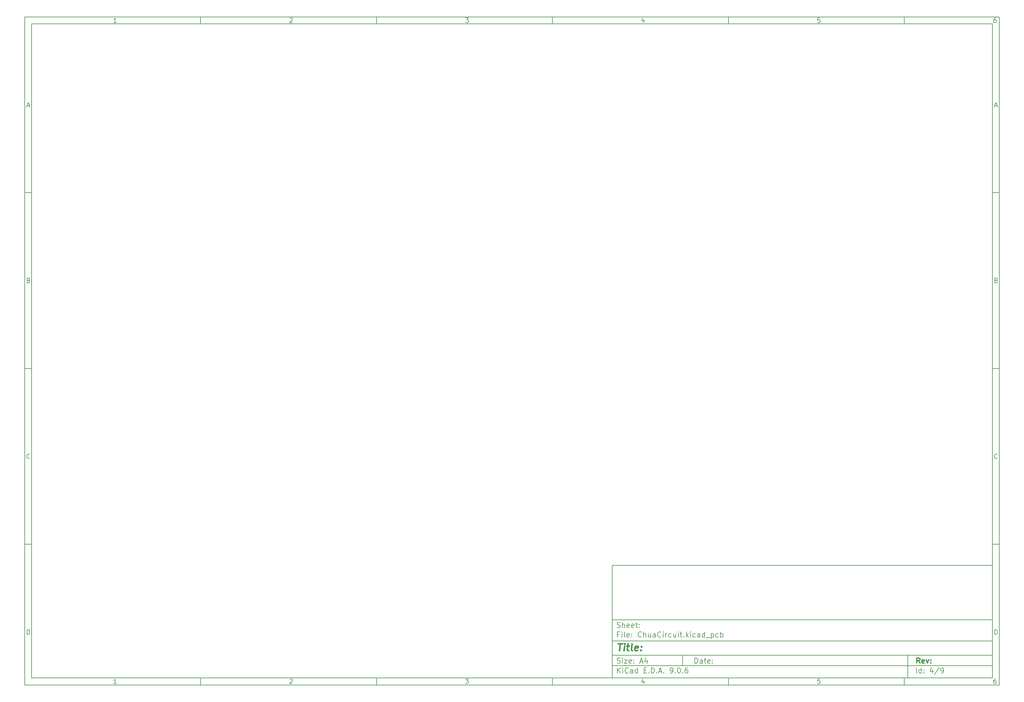
<source format=gbp>
%TF.GenerationSoftware,KiCad,Pcbnew,9.0.6*%
%TF.CreationDate,2025-11-23T22:05:43-07:00*%
%TF.ProjectId,ChuaCircuit,43687561-4369-4726-9375-69742e6b6963,rev?*%
%TF.SameCoordinates,Original*%
%TF.FileFunction,Paste,Bot*%
%TF.FilePolarity,Positive*%
%FSLAX46Y46*%
G04 Gerber Fmt 4.6, Leading zero omitted, Abs format (unit mm)*
G04 Created by KiCad (PCBNEW 9.0.6) date 2025-11-23 22:05:43*
%MOMM*%
%LPD*%
G01*
G04 APERTURE LIST*
%ADD10C,0.100000*%
%ADD11C,0.150000*%
%ADD12C,0.300000*%
%ADD13C,0.400000*%
G04 APERTURE END LIST*
D10*
D11*
X177002200Y-166007200D02*
X285002200Y-166007200D01*
X285002200Y-198007200D01*
X177002200Y-198007200D01*
X177002200Y-166007200D01*
D10*
D11*
X10000000Y-10000000D02*
X287002200Y-10000000D01*
X287002200Y-200007200D01*
X10000000Y-200007200D01*
X10000000Y-10000000D01*
D10*
D11*
X12000000Y-12000000D02*
X285002200Y-12000000D01*
X285002200Y-198007200D01*
X12000000Y-198007200D01*
X12000000Y-12000000D01*
D10*
D11*
X60000000Y-12000000D02*
X60000000Y-10000000D01*
D10*
D11*
X110000000Y-12000000D02*
X110000000Y-10000000D01*
D10*
D11*
X160000000Y-12000000D02*
X160000000Y-10000000D01*
D10*
D11*
X210000000Y-12000000D02*
X210000000Y-10000000D01*
D10*
D11*
X260000000Y-12000000D02*
X260000000Y-10000000D01*
D10*
D11*
X36089160Y-11593604D02*
X35346303Y-11593604D01*
X35717731Y-11593604D02*
X35717731Y-10293604D01*
X35717731Y-10293604D02*
X35593922Y-10479319D01*
X35593922Y-10479319D02*
X35470112Y-10603128D01*
X35470112Y-10603128D02*
X35346303Y-10665033D01*
D10*
D11*
X85346303Y-10417414D02*
X85408207Y-10355509D01*
X85408207Y-10355509D02*
X85532017Y-10293604D01*
X85532017Y-10293604D02*
X85841541Y-10293604D01*
X85841541Y-10293604D02*
X85965350Y-10355509D01*
X85965350Y-10355509D02*
X86027255Y-10417414D01*
X86027255Y-10417414D02*
X86089160Y-10541223D01*
X86089160Y-10541223D02*
X86089160Y-10665033D01*
X86089160Y-10665033D02*
X86027255Y-10850747D01*
X86027255Y-10850747D02*
X85284398Y-11593604D01*
X85284398Y-11593604D02*
X86089160Y-11593604D01*
D10*
D11*
X135284398Y-10293604D02*
X136089160Y-10293604D01*
X136089160Y-10293604D02*
X135655826Y-10788842D01*
X135655826Y-10788842D02*
X135841541Y-10788842D01*
X135841541Y-10788842D02*
X135965350Y-10850747D01*
X135965350Y-10850747D02*
X136027255Y-10912652D01*
X136027255Y-10912652D02*
X136089160Y-11036461D01*
X136089160Y-11036461D02*
X136089160Y-11345985D01*
X136089160Y-11345985D02*
X136027255Y-11469795D01*
X136027255Y-11469795D02*
X135965350Y-11531700D01*
X135965350Y-11531700D02*
X135841541Y-11593604D01*
X135841541Y-11593604D02*
X135470112Y-11593604D01*
X135470112Y-11593604D02*
X135346303Y-11531700D01*
X135346303Y-11531700D02*
X135284398Y-11469795D01*
D10*
D11*
X185965350Y-10726938D02*
X185965350Y-11593604D01*
X185655826Y-10231700D02*
X185346303Y-11160271D01*
X185346303Y-11160271D02*
X186151064Y-11160271D01*
D10*
D11*
X236027255Y-10293604D02*
X235408207Y-10293604D01*
X235408207Y-10293604D02*
X235346303Y-10912652D01*
X235346303Y-10912652D02*
X235408207Y-10850747D01*
X235408207Y-10850747D02*
X235532017Y-10788842D01*
X235532017Y-10788842D02*
X235841541Y-10788842D01*
X235841541Y-10788842D02*
X235965350Y-10850747D01*
X235965350Y-10850747D02*
X236027255Y-10912652D01*
X236027255Y-10912652D02*
X236089160Y-11036461D01*
X236089160Y-11036461D02*
X236089160Y-11345985D01*
X236089160Y-11345985D02*
X236027255Y-11469795D01*
X236027255Y-11469795D02*
X235965350Y-11531700D01*
X235965350Y-11531700D02*
X235841541Y-11593604D01*
X235841541Y-11593604D02*
X235532017Y-11593604D01*
X235532017Y-11593604D02*
X235408207Y-11531700D01*
X235408207Y-11531700D02*
X235346303Y-11469795D01*
D10*
D11*
X285965350Y-10293604D02*
X285717731Y-10293604D01*
X285717731Y-10293604D02*
X285593922Y-10355509D01*
X285593922Y-10355509D02*
X285532017Y-10417414D01*
X285532017Y-10417414D02*
X285408207Y-10603128D01*
X285408207Y-10603128D02*
X285346303Y-10850747D01*
X285346303Y-10850747D02*
X285346303Y-11345985D01*
X285346303Y-11345985D02*
X285408207Y-11469795D01*
X285408207Y-11469795D02*
X285470112Y-11531700D01*
X285470112Y-11531700D02*
X285593922Y-11593604D01*
X285593922Y-11593604D02*
X285841541Y-11593604D01*
X285841541Y-11593604D02*
X285965350Y-11531700D01*
X285965350Y-11531700D02*
X286027255Y-11469795D01*
X286027255Y-11469795D02*
X286089160Y-11345985D01*
X286089160Y-11345985D02*
X286089160Y-11036461D01*
X286089160Y-11036461D02*
X286027255Y-10912652D01*
X286027255Y-10912652D02*
X285965350Y-10850747D01*
X285965350Y-10850747D02*
X285841541Y-10788842D01*
X285841541Y-10788842D02*
X285593922Y-10788842D01*
X285593922Y-10788842D02*
X285470112Y-10850747D01*
X285470112Y-10850747D02*
X285408207Y-10912652D01*
X285408207Y-10912652D02*
X285346303Y-11036461D01*
D10*
D11*
X60000000Y-198007200D02*
X60000000Y-200007200D01*
D10*
D11*
X110000000Y-198007200D02*
X110000000Y-200007200D01*
D10*
D11*
X160000000Y-198007200D02*
X160000000Y-200007200D01*
D10*
D11*
X210000000Y-198007200D02*
X210000000Y-200007200D01*
D10*
D11*
X260000000Y-198007200D02*
X260000000Y-200007200D01*
D10*
D11*
X36089160Y-199600804D02*
X35346303Y-199600804D01*
X35717731Y-199600804D02*
X35717731Y-198300804D01*
X35717731Y-198300804D02*
X35593922Y-198486519D01*
X35593922Y-198486519D02*
X35470112Y-198610328D01*
X35470112Y-198610328D02*
X35346303Y-198672233D01*
D10*
D11*
X85346303Y-198424614D02*
X85408207Y-198362709D01*
X85408207Y-198362709D02*
X85532017Y-198300804D01*
X85532017Y-198300804D02*
X85841541Y-198300804D01*
X85841541Y-198300804D02*
X85965350Y-198362709D01*
X85965350Y-198362709D02*
X86027255Y-198424614D01*
X86027255Y-198424614D02*
X86089160Y-198548423D01*
X86089160Y-198548423D02*
X86089160Y-198672233D01*
X86089160Y-198672233D02*
X86027255Y-198857947D01*
X86027255Y-198857947D02*
X85284398Y-199600804D01*
X85284398Y-199600804D02*
X86089160Y-199600804D01*
D10*
D11*
X135284398Y-198300804D02*
X136089160Y-198300804D01*
X136089160Y-198300804D02*
X135655826Y-198796042D01*
X135655826Y-198796042D02*
X135841541Y-198796042D01*
X135841541Y-198796042D02*
X135965350Y-198857947D01*
X135965350Y-198857947D02*
X136027255Y-198919852D01*
X136027255Y-198919852D02*
X136089160Y-199043661D01*
X136089160Y-199043661D02*
X136089160Y-199353185D01*
X136089160Y-199353185D02*
X136027255Y-199476995D01*
X136027255Y-199476995D02*
X135965350Y-199538900D01*
X135965350Y-199538900D02*
X135841541Y-199600804D01*
X135841541Y-199600804D02*
X135470112Y-199600804D01*
X135470112Y-199600804D02*
X135346303Y-199538900D01*
X135346303Y-199538900D02*
X135284398Y-199476995D01*
D10*
D11*
X185965350Y-198734138D02*
X185965350Y-199600804D01*
X185655826Y-198238900D02*
X185346303Y-199167471D01*
X185346303Y-199167471D02*
X186151064Y-199167471D01*
D10*
D11*
X236027255Y-198300804D02*
X235408207Y-198300804D01*
X235408207Y-198300804D02*
X235346303Y-198919852D01*
X235346303Y-198919852D02*
X235408207Y-198857947D01*
X235408207Y-198857947D02*
X235532017Y-198796042D01*
X235532017Y-198796042D02*
X235841541Y-198796042D01*
X235841541Y-198796042D02*
X235965350Y-198857947D01*
X235965350Y-198857947D02*
X236027255Y-198919852D01*
X236027255Y-198919852D02*
X236089160Y-199043661D01*
X236089160Y-199043661D02*
X236089160Y-199353185D01*
X236089160Y-199353185D02*
X236027255Y-199476995D01*
X236027255Y-199476995D02*
X235965350Y-199538900D01*
X235965350Y-199538900D02*
X235841541Y-199600804D01*
X235841541Y-199600804D02*
X235532017Y-199600804D01*
X235532017Y-199600804D02*
X235408207Y-199538900D01*
X235408207Y-199538900D02*
X235346303Y-199476995D01*
D10*
D11*
X285965350Y-198300804D02*
X285717731Y-198300804D01*
X285717731Y-198300804D02*
X285593922Y-198362709D01*
X285593922Y-198362709D02*
X285532017Y-198424614D01*
X285532017Y-198424614D02*
X285408207Y-198610328D01*
X285408207Y-198610328D02*
X285346303Y-198857947D01*
X285346303Y-198857947D02*
X285346303Y-199353185D01*
X285346303Y-199353185D02*
X285408207Y-199476995D01*
X285408207Y-199476995D02*
X285470112Y-199538900D01*
X285470112Y-199538900D02*
X285593922Y-199600804D01*
X285593922Y-199600804D02*
X285841541Y-199600804D01*
X285841541Y-199600804D02*
X285965350Y-199538900D01*
X285965350Y-199538900D02*
X286027255Y-199476995D01*
X286027255Y-199476995D02*
X286089160Y-199353185D01*
X286089160Y-199353185D02*
X286089160Y-199043661D01*
X286089160Y-199043661D02*
X286027255Y-198919852D01*
X286027255Y-198919852D02*
X285965350Y-198857947D01*
X285965350Y-198857947D02*
X285841541Y-198796042D01*
X285841541Y-198796042D02*
X285593922Y-198796042D01*
X285593922Y-198796042D02*
X285470112Y-198857947D01*
X285470112Y-198857947D02*
X285408207Y-198919852D01*
X285408207Y-198919852D02*
X285346303Y-199043661D01*
D10*
D11*
X10000000Y-60000000D02*
X12000000Y-60000000D01*
D10*
D11*
X10000000Y-110000000D02*
X12000000Y-110000000D01*
D10*
D11*
X10000000Y-160000000D02*
X12000000Y-160000000D01*
D10*
D11*
X10690476Y-35222176D02*
X11309523Y-35222176D01*
X10566666Y-35593604D02*
X10999999Y-34293604D01*
X10999999Y-34293604D02*
X11433333Y-35593604D01*
D10*
D11*
X11092857Y-84912652D02*
X11278571Y-84974557D01*
X11278571Y-84974557D02*
X11340476Y-85036461D01*
X11340476Y-85036461D02*
X11402380Y-85160271D01*
X11402380Y-85160271D02*
X11402380Y-85345985D01*
X11402380Y-85345985D02*
X11340476Y-85469795D01*
X11340476Y-85469795D02*
X11278571Y-85531700D01*
X11278571Y-85531700D02*
X11154761Y-85593604D01*
X11154761Y-85593604D02*
X10659523Y-85593604D01*
X10659523Y-85593604D02*
X10659523Y-84293604D01*
X10659523Y-84293604D02*
X11092857Y-84293604D01*
X11092857Y-84293604D02*
X11216666Y-84355509D01*
X11216666Y-84355509D02*
X11278571Y-84417414D01*
X11278571Y-84417414D02*
X11340476Y-84541223D01*
X11340476Y-84541223D02*
X11340476Y-84665033D01*
X11340476Y-84665033D02*
X11278571Y-84788842D01*
X11278571Y-84788842D02*
X11216666Y-84850747D01*
X11216666Y-84850747D02*
X11092857Y-84912652D01*
X11092857Y-84912652D02*
X10659523Y-84912652D01*
D10*
D11*
X11402380Y-135469795D02*
X11340476Y-135531700D01*
X11340476Y-135531700D02*
X11154761Y-135593604D01*
X11154761Y-135593604D02*
X11030952Y-135593604D01*
X11030952Y-135593604D02*
X10845238Y-135531700D01*
X10845238Y-135531700D02*
X10721428Y-135407890D01*
X10721428Y-135407890D02*
X10659523Y-135284080D01*
X10659523Y-135284080D02*
X10597619Y-135036461D01*
X10597619Y-135036461D02*
X10597619Y-134850747D01*
X10597619Y-134850747D02*
X10659523Y-134603128D01*
X10659523Y-134603128D02*
X10721428Y-134479319D01*
X10721428Y-134479319D02*
X10845238Y-134355509D01*
X10845238Y-134355509D02*
X11030952Y-134293604D01*
X11030952Y-134293604D02*
X11154761Y-134293604D01*
X11154761Y-134293604D02*
X11340476Y-134355509D01*
X11340476Y-134355509D02*
X11402380Y-134417414D01*
D10*
D11*
X10659523Y-185593604D02*
X10659523Y-184293604D01*
X10659523Y-184293604D02*
X10969047Y-184293604D01*
X10969047Y-184293604D02*
X11154761Y-184355509D01*
X11154761Y-184355509D02*
X11278571Y-184479319D01*
X11278571Y-184479319D02*
X11340476Y-184603128D01*
X11340476Y-184603128D02*
X11402380Y-184850747D01*
X11402380Y-184850747D02*
X11402380Y-185036461D01*
X11402380Y-185036461D02*
X11340476Y-185284080D01*
X11340476Y-185284080D02*
X11278571Y-185407890D01*
X11278571Y-185407890D02*
X11154761Y-185531700D01*
X11154761Y-185531700D02*
X10969047Y-185593604D01*
X10969047Y-185593604D02*
X10659523Y-185593604D01*
D10*
D11*
X287002200Y-60000000D02*
X285002200Y-60000000D01*
D10*
D11*
X287002200Y-110000000D02*
X285002200Y-110000000D01*
D10*
D11*
X287002200Y-160000000D02*
X285002200Y-160000000D01*
D10*
D11*
X285692676Y-35222176D02*
X286311723Y-35222176D01*
X285568866Y-35593604D02*
X286002199Y-34293604D01*
X286002199Y-34293604D02*
X286435533Y-35593604D01*
D10*
D11*
X286095057Y-84912652D02*
X286280771Y-84974557D01*
X286280771Y-84974557D02*
X286342676Y-85036461D01*
X286342676Y-85036461D02*
X286404580Y-85160271D01*
X286404580Y-85160271D02*
X286404580Y-85345985D01*
X286404580Y-85345985D02*
X286342676Y-85469795D01*
X286342676Y-85469795D02*
X286280771Y-85531700D01*
X286280771Y-85531700D02*
X286156961Y-85593604D01*
X286156961Y-85593604D02*
X285661723Y-85593604D01*
X285661723Y-85593604D02*
X285661723Y-84293604D01*
X285661723Y-84293604D02*
X286095057Y-84293604D01*
X286095057Y-84293604D02*
X286218866Y-84355509D01*
X286218866Y-84355509D02*
X286280771Y-84417414D01*
X286280771Y-84417414D02*
X286342676Y-84541223D01*
X286342676Y-84541223D02*
X286342676Y-84665033D01*
X286342676Y-84665033D02*
X286280771Y-84788842D01*
X286280771Y-84788842D02*
X286218866Y-84850747D01*
X286218866Y-84850747D02*
X286095057Y-84912652D01*
X286095057Y-84912652D02*
X285661723Y-84912652D01*
D10*
D11*
X286404580Y-135469795D02*
X286342676Y-135531700D01*
X286342676Y-135531700D02*
X286156961Y-135593604D01*
X286156961Y-135593604D02*
X286033152Y-135593604D01*
X286033152Y-135593604D02*
X285847438Y-135531700D01*
X285847438Y-135531700D02*
X285723628Y-135407890D01*
X285723628Y-135407890D02*
X285661723Y-135284080D01*
X285661723Y-135284080D02*
X285599819Y-135036461D01*
X285599819Y-135036461D02*
X285599819Y-134850747D01*
X285599819Y-134850747D02*
X285661723Y-134603128D01*
X285661723Y-134603128D02*
X285723628Y-134479319D01*
X285723628Y-134479319D02*
X285847438Y-134355509D01*
X285847438Y-134355509D02*
X286033152Y-134293604D01*
X286033152Y-134293604D02*
X286156961Y-134293604D01*
X286156961Y-134293604D02*
X286342676Y-134355509D01*
X286342676Y-134355509D02*
X286404580Y-134417414D01*
D10*
D11*
X285661723Y-185593604D02*
X285661723Y-184293604D01*
X285661723Y-184293604D02*
X285971247Y-184293604D01*
X285971247Y-184293604D02*
X286156961Y-184355509D01*
X286156961Y-184355509D02*
X286280771Y-184479319D01*
X286280771Y-184479319D02*
X286342676Y-184603128D01*
X286342676Y-184603128D02*
X286404580Y-184850747D01*
X286404580Y-184850747D02*
X286404580Y-185036461D01*
X286404580Y-185036461D02*
X286342676Y-185284080D01*
X286342676Y-185284080D02*
X286280771Y-185407890D01*
X286280771Y-185407890D02*
X286156961Y-185531700D01*
X286156961Y-185531700D02*
X285971247Y-185593604D01*
X285971247Y-185593604D02*
X285661723Y-185593604D01*
D10*
D11*
X200458026Y-193793328D02*
X200458026Y-192293328D01*
X200458026Y-192293328D02*
X200815169Y-192293328D01*
X200815169Y-192293328D02*
X201029455Y-192364757D01*
X201029455Y-192364757D02*
X201172312Y-192507614D01*
X201172312Y-192507614D02*
X201243741Y-192650471D01*
X201243741Y-192650471D02*
X201315169Y-192936185D01*
X201315169Y-192936185D02*
X201315169Y-193150471D01*
X201315169Y-193150471D02*
X201243741Y-193436185D01*
X201243741Y-193436185D02*
X201172312Y-193579042D01*
X201172312Y-193579042D02*
X201029455Y-193721900D01*
X201029455Y-193721900D02*
X200815169Y-193793328D01*
X200815169Y-193793328D02*
X200458026Y-193793328D01*
X202600884Y-193793328D02*
X202600884Y-193007614D01*
X202600884Y-193007614D02*
X202529455Y-192864757D01*
X202529455Y-192864757D02*
X202386598Y-192793328D01*
X202386598Y-192793328D02*
X202100884Y-192793328D01*
X202100884Y-192793328D02*
X201958026Y-192864757D01*
X202600884Y-193721900D02*
X202458026Y-193793328D01*
X202458026Y-193793328D02*
X202100884Y-193793328D01*
X202100884Y-193793328D02*
X201958026Y-193721900D01*
X201958026Y-193721900D02*
X201886598Y-193579042D01*
X201886598Y-193579042D02*
X201886598Y-193436185D01*
X201886598Y-193436185D02*
X201958026Y-193293328D01*
X201958026Y-193293328D02*
X202100884Y-193221900D01*
X202100884Y-193221900D02*
X202458026Y-193221900D01*
X202458026Y-193221900D02*
X202600884Y-193150471D01*
X203100884Y-192793328D02*
X203672312Y-192793328D01*
X203315169Y-192293328D02*
X203315169Y-193579042D01*
X203315169Y-193579042D02*
X203386598Y-193721900D01*
X203386598Y-193721900D02*
X203529455Y-193793328D01*
X203529455Y-193793328D02*
X203672312Y-193793328D01*
X204743741Y-193721900D02*
X204600884Y-193793328D01*
X204600884Y-193793328D02*
X204315170Y-193793328D01*
X204315170Y-193793328D02*
X204172312Y-193721900D01*
X204172312Y-193721900D02*
X204100884Y-193579042D01*
X204100884Y-193579042D02*
X204100884Y-193007614D01*
X204100884Y-193007614D02*
X204172312Y-192864757D01*
X204172312Y-192864757D02*
X204315170Y-192793328D01*
X204315170Y-192793328D02*
X204600884Y-192793328D01*
X204600884Y-192793328D02*
X204743741Y-192864757D01*
X204743741Y-192864757D02*
X204815170Y-193007614D01*
X204815170Y-193007614D02*
X204815170Y-193150471D01*
X204815170Y-193150471D02*
X204100884Y-193293328D01*
X205458026Y-193650471D02*
X205529455Y-193721900D01*
X205529455Y-193721900D02*
X205458026Y-193793328D01*
X205458026Y-193793328D02*
X205386598Y-193721900D01*
X205386598Y-193721900D02*
X205458026Y-193650471D01*
X205458026Y-193650471D02*
X205458026Y-193793328D01*
X205458026Y-192864757D02*
X205529455Y-192936185D01*
X205529455Y-192936185D02*
X205458026Y-193007614D01*
X205458026Y-193007614D02*
X205386598Y-192936185D01*
X205386598Y-192936185D02*
X205458026Y-192864757D01*
X205458026Y-192864757D02*
X205458026Y-193007614D01*
D10*
D11*
X177002200Y-194507200D02*
X285002200Y-194507200D01*
D10*
D11*
X178458026Y-196593328D02*
X178458026Y-195093328D01*
X179315169Y-196593328D02*
X178672312Y-195736185D01*
X179315169Y-195093328D02*
X178458026Y-195950471D01*
X179958026Y-196593328D02*
X179958026Y-195593328D01*
X179958026Y-195093328D02*
X179886598Y-195164757D01*
X179886598Y-195164757D02*
X179958026Y-195236185D01*
X179958026Y-195236185D02*
X180029455Y-195164757D01*
X180029455Y-195164757D02*
X179958026Y-195093328D01*
X179958026Y-195093328D02*
X179958026Y-195236185D01*
X181529455Y-196450471D02*
X181458027Y-196521900D01*
X181458027Y-196521900D02*
X181243741Y-196593328D01*
X181243741Y-196593328D02*
X181100884Y-196593328D01*
X181100884Y-196593328D02*
X180886598Y-196521900D01*
X180886598Y-196521900D02*
X180743741Y-196379042D01*
X180743741Y-196379042D02*
X180672312Y-196236185D01*
X180672312Y-196236185D02*
X180600884Y-195950471D01*
X180600884Y-195950471D02*
X180600884Y-195736185D01*
X180600884Y-195736185D02*
X180672312Y-195450471D01*
X180672312Y-195450471D02*
X180743741Y-195307614D01*
X180743741Y-195307614D02*
X180886598Y-195164757D01*
X180886598Y-195164757D02*
X181100884Y-195093328D01*
X181100884Y-195093328D02*
X181243741Y-195093328D01*
X181243741Y-195093328D02*
X181458027Y-195164757D01*
X181458027Y-195164757D02*
X181529455Y-195236185D01*
X182815170Y-196593328D02*
X182815170Y-195807614D01*
X182815170Y-195807614D02*
X182743741Y-195664757D01*
X182743741Y-195664757D02*
X182600884Y-195593328D01*
X182600884Y-195593328D02*
X182315170Y-195593328D01*
X182315170Y-195593328D02*
X182172312Y-195664757D01*
X182815170Y-196521900D02*
X182672312Y-196593328D01*
X182672312Y-196593328D02*
X182315170Y-196593328D01*
X182315170Y-196593328D02*
X182172312Y-196521900D01*
X182172312Y-196521900D02*
X182100884Y-196379042D01*
X182100884Y-196379042D02*
X182100884Y-196236185D01*
X182100884Y-196236185D02*
X182172312Y-196093328D01*
X182172312Y-196093328D02*
X182315170Y-196021900D01*
X182315170Y-196021900D02*
X182672312Y-196021900D01*
X182672312Y-196021900D02*
X182815170Y-195950471D01*
X184172313Y-196593328D02*
X184172313Y-195093328D01*
X184172313Y-196521900D02*
X184029455Y-196593328D01*
X184029455Y-196593328D02*
X183743741Y-196593328D01*
X183743741Y-196593328D02*
X183600884Y-196521900D01*
X183600884Y-196521900D02*
X183529455Y-196450471D01*
X183529455Y-196450471D02*
X183458027Y-196307614D01*
X183458027Y-196307614D02*
X183458027Y-195879042D01*
X183458027Y-195879042D02*
X183529455Y-195736185D01*
X183529455Y-195736185D02*
X183600884Y-195664757D01*
X183600884Y-195664757D02*
X183743741Y-195593328D01*
X183743741Y-195593328D02*
X184029455Y-195593328D01*
X184029455Y-195593328D02*
X184172313Y-195664757D01*
X186029455Y-195807614D02*
X186529455Y-195807614D01*
X186743741Y-196593328D02*
X186029455Y-196593328D01*
X186029455Y-196593328D02*
X186029455Y-195093328D01*
X186029455Y-195093328D02*
X186743741Y-195093328D01*
X187386598Y-196450471D02*
X187458027Y-196521900D01*
X187458027Y-196521900D02*
X187386598Y-196593328D01*
X187386598Y-196593328D02*
X187315170Y-196521900D01*
X187315170Y-196521900D02*
X187386598Y-196450471D01*
X187386598Y-196450471D02*
X187386598Y-196593328D01*
X188100884Y-196593328D02*
X188100884Y-195093328D01*
X188100884Y-195093328D02*
X188458027Y-195093328D01*
X188458027Y-195093328D02*
X188672313Y-195164757D01*
X188672313Y-195164757D02*
X188815170Y-195307614D01*
X188815170Y-195307614D02*
X188886599Y-195450471D01*
X188886599Y-195450471D02*
X188958027Y-195736185D01*
X188958027Y-195736185D02*
X188958027Y-195950471D01*
X188958027Y-195950471D02*
X188886599Y-196236185D01*
X188886599Y-196236185D02*
X188815170Y-196379042D01*
X188815170Y-196379042D02*
X188672313Y-196521900D01*
X188672313Y-196521900D02*
X188458027Y-196593328D01*
X188458027Y-196593328D02*
X188100884Y-196593328D01*
X189600884Y-196450471D02*
X189672313Y-196521900D01*
X189672313Y-196521900D02*
X189600884Y-196593328D01*
X189600884Y-196593328D02*
X189529456Y-196521900D01*
X189529456Y-196521900D02*
X189600884Y-196450471D01*
X189600884Y-196450471D02*
X189600884Y-196593328D01*
X190243742Y-196164757D02*
X190958028Y-196164757D01*
X190100885Y-196593328D02*
X190600885Y-195093328D01*
X190600885Y-195093328D02*
X191100885Y-196593328D01*
X191600884Y-196450471D02*
X191672313Y-196521900D01*
X191672313Y-196521900D02*
X191600884Y-196593328D01*
X191600884Y-196593328D02*
X191529456Y-196521900D01*
X191529456Y-196521900D02*
X191600884Y-196450471D01*
X191600884Y-196450471D02*
X191600884Y-196593328D01*
X193529456Y-196593328D02*
X193815170Y-196593328D01*
X193815170Y-196593328D02*
X193958027Y-196521900D01*
X193958027Y-196521900D02*
X194029456Y-196450471D01*
X194029456Y-196450471D02*
X194172313Y-196236185D01*
X194172313Y-196236185D02*
X194243742Y-195950471D01*
X194243742Y-195950471D02*
X194243742Y-195379042D01*
X194243742Y-195379042D02*
X194172313Y-195236185D01*
X194172313Y-195236185D02*
X194100885Y-195164757D01*
X194100885Y-195164757D02*
X193958027Y-195093328D01*
X193958027Y-195093328D02*
X193672313Y-195093328D01*
X193672313Y-195093328D02*
X193529456Y-195164757D01*
X193529456Y-195164757D02*
X193458027Y-195236185D01*
X193458027Y-195236185D02*
X193386599Y-195379042D01*
X193386599Y-195379042D02*
X193386599Y-195736185D01*
X193386599Y-195736185D02*
X193458027Y-195879042D01*
X193458027Y-195879042D02*
X193529456Y-195950471D01*
X193529456Y-195950471D02*
X193672313Y-196021900D01*
X193672313Y-196021900D02*
X193958027Y-196021900D01*
X193958027Y-196021900D02*
X194100885Y-195950471D01*
X194100885Y-195950471D02*
X194172313Y-195879042D01*
X194172313Y-195879042D02*
X194243742Y-195736185D01*
X194886598Y-196450471D02*
X194958027Y-196521900D01*
X194958027Y-196521900D02*
X194886598Y-196593328D01*
X194886598Y-196593328D02*
X194815170Y-196521900D01*
X194815170Y-196521900D02*
X194886598Y-196450471D01*
X194886598Y-196450471D02*
X194886598Y-196593328D01*
X195886599Y-195093328D02*
X196029456Y-195093328D01*
X196029456Y-195093328D02*
X196172313Y-195164757D01*
X196172313Y-195164757D02*
X196243742Y-195236185D01*
X196243742Y-195236185D02*
X196315170Y-195379042D01*
X196315170Y-195379042D02*
X196386599Y-195664757D01*
X196386599Y-195664757D02*
X196386599Y-196021900D01*
X196386599Y-196021900D02*
X196315170Y-196307614D01*
X196315170Y-196307614D02*
X196243742Y-196450471D01*
X196243742Y-196450471D02*
X196172313Y-196521900D01*
X196172313Y-196521900D02*
X196029456Y-196593328D01*
X196029456Y-196593328D02*
X195886599Y-196593328D01*
X195886599Y-196593328D02*
X195743742Y-196521900D01*
X195743742Y-196521900D02*
X195672313Y-196450471D01*
X195672313Y-196450471D02*
X195600884Y-196307614D01*
X195600884Y-196307614D02*
X195529456Y-196021900D01*
X195529456Y-196021900D02*
X195529456Y-195664757D01*
X195529456Y-195664757D02*
X195600884Y-195379042D01*
X195600884Y-195379042D02*
X195672313Y-195236185D01*
X195672313Y-195236185D02*
X195743742Y-195164757D01*
X195743742Y-195164757D02*
X195886599Y-195093328D01*
X197029455Y-196450471D02*
X197100884Y-196521900D01*
X197100884Y-196521900D02*
X197029455Y-196593328D01*
X197029455Y-196593328D02*
X196958027Y-196521900D01*
X196958027Y-196521900D02*
X197029455Y-196450471D01*
X197029455Y-196450471D02*
X197029455Y-196593328D01*
X198386599Y-195093328D02*
X198100884Y-195093328D01*
X198100884Y-195093328D02*
X197958027Y-195164757D01*
X197958027Y-195164757D02*
X197886599Y-195236185D01*
X197886599Y-195236185D02*
X197743741Y-195450471D01*
X197743741Y-195450471D02*
X197672313Y-195736185D01*
X197672313Y-195736185D02*
X197672313Y-196307614D01*
X197672313Y-196307614D02*
X197743741Y-196450471D01*
X197743741Y-196450471D02*
X197815170Y-196521900D01*
X197815170Y-196521900D02*
X197958027Y-196593328D01*
X197958027Y-196593328D02*
X198243741Y-196593328D01*
X198243741Y-196593328D02*
X198386599Y-196521900D01*
X198386599Y-196521900D02*
X198458027Y-196450471D01*
X198458027Y-196450471D02*
X198529456Y-196307614D01*
X198529456Y-196307614D02*
X198529456Y-195950471D01*
X198529456Y-195950471D02*
X198458027Y-195807614D01*
X198458027Y-195807614D02*
X198386599Y-195736185D01*
X198386599Y-195736185D02*
X198243741Y-195664757D01*
X198243741Y-195664757D02*
X197958027Y-195664757D01*
X197958027Y-195664757D02*
X197815170Y-195736185D01*
X197815170Y-195736185D02*
X197743741Y-195807614D01*
X197743741Y-195807614D02*
X197672313Y-195950471D01*
D10*
D11*
X177002200Y-191507200D02*
X285002200Y-191507200D01*
D10*
D12*
X264413853Y-193785528D02*
X263913853Y-193071242D01*
X263556710Y-193785528D02*
X263556710Y-192285528D01*
X263556710Y-192285528D02*
X264128139Y-192285528D01*
X264128139Y-192285528D02*
X264270996Y-192356957D01*
X264270996Y-192356957D02*
X264342425Y-192428385D01*
X264342425Y-192428385D02*
X264413853Y-192571242D01*
X264413853Y-192571242D02*
X264413853Y-192785528D01*
X264413853Y-192785528D02*
X264342425Y-192928385D01*
X264342425Y-192928385D02*
X264270996Y-192999814D01*
X264270996Y-192999814D02*
X264128139Y-193071242D01*
X264128139Y-193071242D02*
X263556710Y-193071242D01*
X265628139Y-193714100D02*
X265485282Y-193785528D01*
X265485282Y-193785528D02*
X265199568Y-193785528D01*
X265199568Y-193785528D02*
X265056710Y-193714100D01*
X265056710Y-193714100D02*
X264985282Y-193571242D01*
X264985282Y-193571242D02*
X264985282Y-192999814D01*
X264985282Y-192999814D02*
X265056710Y-192856957D01*
X265056710Y-192856957D02*
X265199568Y-192785528D01*
X265199568Y-192785528D02*
X265485282Y-192785528D01*
X265485282Y-192785528D02*
X265628139Y-192856957D01*
X265628139Y-192856957D02*
X265699568Y-192999814D01*
X265699568Y-192999814D02*
X265699568Y-193142671D01*
X265699568Y-193142671D02*
X264985282Y-193285528D01*
X266199567Y-192785528D02*
X266556710Y-193785528D01*
X266556710Y-193785528D02*
X266913853Y-192785528D01*
X267485281Y-193642671D02*
X267556710Y-193714100D01*
X267556710Y-193714100D02*
X267485281Y-193785528D01*
X267485281Y-193785528D02*
X267413853Y-193714100D01*
X267413853Y-193714100D02*
X267485281Y-193642671D01*
X267485281Y-193642671D02*
X267485281Y-193785528D01*
X267485281Y-192856957D02*
X267556710Y-192928385D01*
X267556710Y-192928385D02*
X267485281Y-192999814D01*
X267485281Y-192999814D02*
X267413853Y-192928385D01*
X267413853Y-192928385D02*
X267485281Y-192856957D01*
X267485281Y-192856957D02*
X267485281Y-192999814D01*
D10*
D11*
X178386598Y-193721900D02*
X178600884Y-193793328D01*
X178600884Y-193793328D02*
X178958026Y-193793328D01*
X178958026Y-193793328D02*
X179100884Y-193721900D01*
X179100884Y-193721900D02*
X179172312Y-193650471D01*
X179172312Y-193650471D02*
X179243741Y-193507614D01*
X179243741Y-193507614D02*
X179243741Y-193364757D01*
X179243741Y-193364757D02*
X179172312Y-193221900D01*
X179172312Y-193221900D02*
X179100884Y-193150471D01*
X179100884Y-193150471D02*
X178958026Y-193079042D01*
X178958026Y-193079042D02*
X178672312Y-193007614D01*
X178672312Y-193007614D02*
X178529455Y-192936185D01*
X178529455Y-192936185D02*
X178458026Y-192864757D01*
X178458026Y-192864757D02*
X178386598Y-192721900D01*
X178386598Y-192721900D02*
X178386598Y-192579042D01*
X178386598Y-192579042D02*
X178458026Y-192436185D01*
X178458026Y-192436185D02*
X178529455Y-192364757D01*
X178529455Y-192364757D02*
X178672312Y-192293328D01*
X178672312Y-192293328D02*
X179029455Y-192293328D01*
X179029455Y-192293328D02*
X179243741Y-192364757D01*
X179886597Y-193793328D02*
X179886597Y-192793328D01*
X179886597Y-192293328D02*
X179815169Y-192364757D01*
X179815169Y-192364757D02*
X179886597Y-192436185D01*
X179886597Y-192436185D02*
X179958026Y-192364757D01*
X179958026Y-192364757D02*
X179886597Y-192293328D01*
X179886597Y-192293328D02*
X179886597Y-192436185D01*
X180458026Y-192793328D02*
X181243741Y-192793328D01*
X181243741Y-192793328D02*
X180458026Y-193793328D01*
X180458026Y-193793328D02*
X181243741Y-193793328D01*
X182386598Y-193721900D02*
X182243741Y-193793328D01*
X182243741Y-193793328D02*
X181958027Y-193793328D01*
X181958027Y-193793328D02*
X181815169Y-193721900D01*
X181815169Y-193721900D02*
X181743741Y-193579042D01*
X181743741Y-193579042D02*
X181743741Y-193007614D01*
X181743741Y-193007614D02*
X181815169Y-192864757D01*
X181815169Y-192864757D02*
X181958027Y-192793328D01*
X181958027Y-192793328D02*
X182243741Y-192793328D01*
X182243741Y-192793328D02*
X182386598Y-192864757D01*
X182386598Y-192864757D02*
X182458027Y-193007614D01*
X182458027Y-193007614D02*
X182458027Y-193150471D01*
X182458027Y-193150471D02*
X181743741Y-193293328D01*
X183100883Y-193650471D02*
X183172312Y-193721900D01*
X183172312Y-193721900D02*
X183100883Y-193793328D01*
X183100883Y-193793328D02*
X183029455Y-193721900D01*
X183029455Y-193721900D02*
X183100883Y-193650471D01*
X183100883Y-193650471D02*
X183100883Y-193793328D01*
X183100883Y-192864757D02*
X183172312Y-192936185D01*
X183172312Y-192936185D02*
X183100883Y-193007614D01*
X183100883Y-193007614D02*
X183029455Y-192936185D01*
X183029455Y-192936185D02*
X183100883Y-192864757D01*
X183100883Y-192864757D02*
X183100883Y-193007614D01*
X184886598Y-193364757D02*
X185600884Y-193364757D01*
X184743741Y-193793328D02*
X185243741Y-192293328D01*
X185243741Y-192293328D02*
X185743741Y-193793328D01*
X186886598Y-192793328D02*
X186886598Y-193793328D01*
X186529455Y-192221900D02*
X186172312Y-193293328D01*
X186172312Y-193293328D02*
X187100883Y-193293328D01*
D10*
D11*
X263458026Y-196593328D02*
X263458026Y-195093328D01*
X264815170Y-196593328D02*
X264815170Y-195093328D01*
X264815170Y-196521900D02*
X264672312Y-196593328D01*
X264672312Y-196593328D02*
X264386598Y-196593328D01*
X264386598Y-196593328D02*
X264243741Y-196521900D01*
X264243741Y-196521900D02*
X264172312Y-196450471D01*
X264172312Y-196450471D02*
X264100884Y-196307614D01*
X264100884Y-196307614D02*
X264100884Y-195879042D01*
X264100884Y-195879042D02*
X264172312Y-195736185D01*
X264172312Y-195736185D02*
X264243741Y-195664757D01*
X264243741Y-195664757D02*
X264386598Y-195593328D01*
X264386598Y-195593328D02*
X264672312Y-195593328D01*
X264672312Y-195593328D02*
X264815170Y-195664757D01*
X265529455Y-196450471D02*
X265600884Y-196521900D01*
X265600884Y-196521900D02*
X265529455Y-196593328D01*
X265529455Y-196593328D02*
X265458027Y-196521900D01*
X265458027Y-196521900D02*
X265529455Y-196450471D01*
X265529455Y-196450471D02*
X265529455Y-196593328D01*
X265529455Y-195664757D02*
X265600884Y-195736185D01*
X265600884Y-195736185D02*
X265529455Y-195807614D01*
X265529455Y-195807614D02*
X265458027Y-195736185D01*
X265458027Y-195736185D02*
X265529455Y-195664757D01*
X265529455Y-195664757D02*
X265529455Y-195807614D01*
X268029456Y-195593328D02*
X268029456Y-196593328D01*
X267672313Y-195021900D02*
X267315170Y-196093328D01*
X267315170Y-196093328D02*
X268243741Y-196093328D01*
X269886598Y-195021900D02*
X268600884Y-196950471D01*
X270458027Y-196593328D02*
X270743741Y-196593328D01*
X270743741Y-196593328D02*
X270886598Y-196521900D01*
X270886598Y-196521900D02*
X270958027Y-196450471D01*
X270958027Y-196450471D02*
X271100884Y-196236185D01*
X271100884Y-196236185D02*
X271172313Y-195950471D01*
X271172313Y-195950471D02*
X271172313Y-195379042D01*
X271172313Y-195379042D02*
X271100884Y-195236185D01*
X271100884Y-195236185D02*
X271029456Y-195164757D01*
X271029456Y-195164757D02*
X270886598Y-195093328D01*
X270886598Y-195093328D02*
X270600884Y-195093328D01*
X270600884Y-195093328D02*
X270458027Y-195164757D01*
X270458027Y-195164757D02*
X270386598Y-195236185D01*
X270386598Y-195236185D02*
X270315170Y-195379042D01*
X270315170Y-195379042D02*
X270315170Y-195736185D01*
X270315170Y-195736185D02*
X270386598Y-195879042D01*
X270386598Y-195879042D02*
X270458027Y-195950471D01*
X270458027Y-195950471D02*
X270600884Y-196021900D01*
X270600884Y-196021900D02*
X270886598Y-196021900D01*
X270886598Y-196021900D02*
X271029456Y-195950471D01*
X271029456Y-195950471D02*
X271100884Y-195879042D01*
X271100884Y-195879042D02*
X271172313Y-195736185D01*
D10*
D11*
X177002200Y-187507200D02*
X285002200Y-187507200D01*
D10*
D13*
X178693928Y-188211638D02*
X179836785Y-188211638D01*
X179015357Y-190211638D02*
X179265357Y-188211638D01*
X180253452Y-190211638D02*
X180420119Y-188878304D01*
X180503452Y-188211638D02*
X180396309Y-188306876D01*
X180396309Y-188306876D02*
X180479643Y-188402114D01*
X180479643Y-188402114D02*
X180586786Y-188306876D01*
X180586786Y-188306876D02*
X180503452Y-188211638D01*
X180503452Y-188211638D02*
X180479643Y-188402114D01*
X181086786Y-188878304D02*
X181848690Y-188878304D01*
X181455833Y-188211638D02*
X181241548Y-189925923D01*
X181241548Y-189925923D02*
X181312976Y-190116400D01*
X181312976Y-190116400D02*
X181491548Y-190211638D01*
X181491548Y-190211638D02*
X181682024Y-190211638D01*
X182634405Y-190211638D02*
X182455833Y-190116400D01*
X182455833Y-190116400D02*
X182384405Y-189925923D01*
X182384405Y-189925923D02*
X182598690Y-188211638D01*
X184170119Y-190116400D02*
X183967738Y-190211638D01*
X183967738Y-190211638D02*
X183586785Y-190211638D01*
X183586785Y-190211638D02*
X183408214Y-190116400D01*
X183408214Y-190116400D02*
X183336785Y-189925923D01*
X183336785Y-189925923D02*
X183432024Y-189164019D01*
X183432024Y-189164019D02*
X183551071Y-188973542D01*
X183551071Y-188973542D02*
X183753452Y-188878304D01*
X183753452Y-188878304D02*
X184134404Y-188878304D01*
X184134404Y-188878304D02*
X184312976Y-188973542D01*
X184312976Y-188973542D02*
X184384404Y-189164019D01*
X184384404Y-189164019D02*
X184360595Y-189354495D01*
X184360595Y-189354495D02*
X183384404Y-189544971D01*
X185134405Y-190021161D02*
X185217738Y-190116400D01*
X185217738Y-190116400D02*
X185110595Y-190211638D01*
X185110595Y-190211638D02*
X185027262Y-190116400D01*
X185027262Y-190116400D02*
X185134405Y-190021161D01*
X185134405Y-190021161D02*
X185110595Y-190211638D01*
X185265357Y-188973542D02*
X185348690Y-189068780D01*
X185348690Y-189068780D02*
X185241548Y-189164019D01*
X185241548Y-189164019D02*
X185158214Y-189068780D01*
X185158214Y-189068780D02*
X185265357Y-188973542D01*
X185265357Y-188973542D02*
X185241548Y-189164019D01*
D10*
D11*
X178958026Y-185607614D02*
X178458026Y-185607614D01*
X178458026Y-186393328D02*
X178458026Y-184893328D01*
X178458026Y-184893328D02*
X179172312Y-184893328D01*
X179743740Y-186393328D02*
X179743740Y-185393328D01*
X179743740Y-184893328D02*
X179672312Y-184964757D01*
X179672312Y-184964757D02*
X179743740Y-185036185D01*
X179743740Y-185036185D02*
X179815169Y-184964757D01*
X179815169Y-184964757D02*
X179743740Y-184893328D01*
X179743740Y-184893328D02*
X179743740Y-185036185D01*
X180672312Y-186393328D02*
X180529455Y-186321900D01*
X180529455Y-186321900D02*
X180458026Y-186179042D01*
X180458026Y-186179042D02*
X180458026Y-184893328D01*
X181815169Y-186321900D02*
X181672312Y-186393328D01*
X181672312Y-186393328D02*
X181386598Y-186393328D01*
X181386598Y-186393328D02*
X181243740Y-186321900D01*
X181243740Y-186321900D02*
X181172312Y-186179042D01*
X181172312Y-186179042D02*
X181172312Y-185607614D01*
X181172312Y-185607614D02*
X181243740Y-185464757D01*
X181243740Y-185464757D02*
X181386598Y-185393328D01*
X181386598Y-185393328D02*
X181672312Y-185393328D01*
X181672312Y-185393328D02*
X181815169Y-185464757D01*
X181815169Y-185464757D02*
X181886598Y-185607614D01*
X181886598Y-185607614D02*
X181886598Y-185750471D01*
X181886598Y-185750471D02*
X181172312Y-185893328D01*
X182529454Y-186250471D02*
X182600883Y-186321900D01*
X182600883Y-186321900D02*
X182529454Y-186393328D01*
X182529454Y-186393328D02*
X182458026Y-186321900D01*
X182458026Y-186321900D02*
X182529454Y-186250471D01*
X182529454Y-186250471D02*
X182529454Y-186393328D01*
X182529454Y-185464757D02*
X182600883Y-185536185D01*
X182600883Y-185536185D02*
X182529454Y-185607614D01*
X182529454Y-185607614D02*
X182458026Y-185536185D01*
X182458026Y-185536185D02*
X182529454Y-185464757D01*
X182529454Y-185464757D02*
X182529454Y-185607614D01*
X185243740Y-186250471D02*
X185172312Y-186321900D01*
X185172312Y-186321900D02*
X184958026Y-186393328D01*
X184958026Y-186393328D02*
X184815169Y-186393328D01*
X184815169Y-186393328D02*
X184600883Y-186321900D01*
X184600883Y-186321900D02*
X184458026Y-186179042D01*
X184458026Y-186179042D02*
X184386597Y-186036185D01*
X184386597Y-186036185D02*
X184315169Y-185750471D01*
X184315169Y-185750471D02*
X184315169Y-185536185D01*
X184315169Y-185536185D02*
X184386597Y-185250471D01*
X184386597Y-185250471D02*
X184458026Y-185107614D01*
X184458026Y-185107614D02*
X184600883Y-184964757D01*
X184600883Y-184964757D02*
X184815169Y-184893328D01*
X184815169Y-184893328D02*
X184958026Y-184893328D01*
X184958026Y-184893328D02*
X185172312Y-184964757D01*
X185172312Y-184964757D02*
X185243740Y-185036185D01*
X185886597Y-186393328D02*
X185886597Y-184893328D01*
X186529455Y-186393328D02*
X186529455Y-185607614D01*
X186529455Y-185607614D02*
X186458026Y-185464757D01*
X186458026Y-185464757D02*
X186315169Y-185393328D01*
X186315169Y-185393328D02*
X186100883Y-185393328D01*
X186100883Y-185393328D02*
X185958026Y-185464757D01*
X185958026Y-185464757D02*
X185886597Y-185536185D01*
X187886598Y-185393328D02*
X187886598Y-186393328D01*
X187243740Y-185393328D02*
X187243740Y-186179042D01*
X187243740Y-186179042D02*
X187315169Y-186321900D01*
X187315169Y-186321900D02*
X187458026Y-186393328D01*
X187458026Y-186393328D02*
X187672312Y-186393328D01*
X187672312Y-186393328D02*
X187815169Y-186321900D01*
X187815169Y-186321900D02*
X187886598Y-186250471D01*
X189243741Y-186393328D02*
X189243741Y-185607614D01*
X189243741Y-185607614D02*
X189172312Y-185464757D01*
X189172312Y-185464757D02*
X189029455Y-185393328D01*
X189029455Y-185393328D02*
X188743741Y-185393328D01*
X188743741Y-185393328D02*
X188600883Y-185464757D01*
X189243741Y-186321900D02*
X189100883Y-186393328D01*
X189100883Y-186393328D02*
X188743741Y-186393328D01*
X188743741Y-186393328D02*
X188600883Y-186321900D01*
X188600883Y-186321900D02*
X188529455Y-186179042D01*
X188529455Y-186179042D02*
X188529455Y-186036185D01*
X188529455Y-186036185D02*
X188600883Y-185893328D01*
X188600883Y-185893328D02*
X188743741Y-185821900D01*
X188743741Y-185821900D02*
X189100883Y-185821900D01*
X189100883Y-185821900D02*
X189243741Y-185750471D01*
X190815169Y-186250471D02*
X190743741Y-186321900D01*
X190743741Y-186321900D02*
X190529455Y-186393328D01*
X190529455Y-186393328D02*
X190386598Y-186393328D01*
X190386598Y-186393328D02*
X190172312Y-186321900D01*
X190172312Y-186321900D02*
X190029455Y-186179042D01*
X190029455Y-186179042D02*
X189958026Y-186036185D01*
X189958026Y-186036185D02*
X189886598Y-185750471D01*
X189886598Y-185750471D02*
X189886598Y-185536185D01*
X189886598Y-185536185D02*
X189958026Y-185250471D01*
X189958026Y-185250471D02*
X190029455Y-185107614D01*
X190029455Y-185107614D02*
X190172312Y-184964757D01*
X190172312Y-184964757D02*
X190386598Y-184893328D01*
X190386598Y-184893328D02*
X190529455Y-184893328D01*
X190529455Y-184893328D02*
X190743741Y-184964757D01*
X190743741Y-184964757D02*
X190815169Y-185036185D01*
X191458026Y-186393328D02*
X191458026Y-185393328D01*
X191458026Y-184893328D02*
X191386598Y-184964757D01*
X191386598Y-184964757D02*
X191458026Y-185036185D01*
X191458026Y-185036185D02*
X191529455Y-184964757D01*
X191529455Y-184964757D02*
X191458026Y-184893328D01*
X191458026Y-184893328D02*
X191458026Y-185036185D01*
X192172312Y-186393328D02*
X192172312Y-185393328D01*
X192172312Y-185679042D02*
X192243741Y-185536185D01*
X192243741Y-185536185D02*
X192315170Y-185464757D01*
X192315170Y-185464757D02*
X192458027Y-185393328D01*
X192458027Y-185393328D02*
X192600884Y-185393328D01*
X193743741Y-186321900D02*
X193600883Y-186393328D01*
X193600883Y-186393328D02*
X193315169Y-186393328D01*
X193315169Y-186393328D02*
X193172312Y-186321900D01*
X193172312Y-186321900D02*
X193100883Y-186250471D01*
X193100883Y-186250471D02*
X193029455Y-186107614D01*
X193029455Y-186107614D02*
X193029455Y-185679042D01*
X193029455Y-185679042D02*
X193100883Y-185536185D01*
X193100883Y-185536185D02*
X193172312Y-185464757D01*
X193172312Y-185464757D02*
X193315169Y-185393328D01*
X193315169Y-185393328D02*
X193600883Y-185393328D01*
X193600883Y-185393328D02*
X193743741Y-185464757D01*
X195029455Y-185393328D02*
X195029455Y-186393328D01*
X194386597Y-185393328D02*
X194386597Y-186179042D01*
X194386597Y-186179042D02*
X194458026Y-186321900D01*
X194458026Y-186321900D02*
X194600883Y-186393328D01*
X194600883Y-186393328D02*
X194815169Y-186393328D01*
X194815169Y-186393328D02*
X194958026Y-186321900D01*
X194958026Y-186321900D02*
X195029455Y-186250471D01*
X195743740Y-186393328D02*
X195743740Y-185393328D01*
X195743740Y-184893328D02*
X195672312Y-184964757D01*
X195672312Y-184964757D02*
X195743740Y-185036185D01*
X195743740Y-185036185D02*
X195815169Y-184964757D01*
X195815169Y-184964757D02*
X195743740Y-184893328D01*
X195743740Y-184893328D02*
X195743740Y-185036185D01*
X196243741Y-185393328D02*
X196815169Y-185393328D01*
X196458026Y-184893328D02*
X196458026Y-186179042D01*
X196458026Y-186179042D02*
X196529455Y-186321900D01*
X196529455Y-186321900D02*
X196672312Y-186393328D01*
X196672312Y-186393328D02*
X196815169Y-186393328D01*
X197315169Y-186250471D02*
X197386598Y-186321900D01*
X197386598Y-186321900D02*
X197315169Y-186393328D01*
X197315169Y-186393328D02*
X197243741Y-186321900D01*
X197243741Y-186321900D02*
X197315169Y-186250471D01*
X197315169Y-186250471D02*
X197315169Y-186393328D01*
X198029455Y-186393328D02*
X198029455Y-184893328D01*
X198172313Y-185821900D02*
X198600884Y-186393328D01*
X198600884Y-185393328D02*
X198029455Y-185964757D01*
X199243741Y-186393328D02*
X199243741Y-185393328D01*
X199243741Y-184893328D02*
X199172313Y-184964757D01*
X199172313Y-184964757D02*
X199243741Y-185036185D01*
X199243741Y-185036185D02*
X199315170Y-184964757D01*
X199315170Y-184964757D02*
X199243741Y-184893328D01*
X199243741Y-184893328D02*
X199243741Y-185036185D01*
X200600885Y-186321900D02*
X200458027Y-186393328D01*
X200458027Y-186393328D02*
X200172313Y-186393328D01*
X200172313Y-186393328D02*
X200029456Y-186321900D01*
X200029456Y-186321900D02*
X199958027Y-186250471D01*
X199958027Y-186250471D02*
X199886599Y-186107614D01*
X199886599Y-186107614D02*
X199886599Y-185679042D01*
X199886599Y-185679042D02*
X199958027Y-185536185D01*
X199958027Y-185536185D02*
X200029456Y-185464757D01*
X200029456Y-185464757D02*
X200172313Y-185393328D01*
X200172313Y-185393328D02*
X200458027Y-185393328D01*
X200458027Y-185393328D02*
X200600885Y-185464757D01*
X201886599Y-186393328D02*
X201886599Y-185607614D01*
X201886599Y-185607614D02*
X201815170Y-185464757D01*
X201815170Y-185464757D02*
X201672313Y-185393328D01*
X201672313Y-185393328D02*
X201386599Y-185393328D01*
X201386599Y-185393328D02*
X201243741Y-185464757D01*
X201886599Y-186321900D02*
X201743741Y-186393328D01*
X201743741Y-186393328D02*
X201386599Y-186393328D01*
X201386599Y-186393328D02*
X201243741Y-186321900D01*
X201243741Y-186321900D02*
X201172313Y-186179042D01*
X201172313Y-186179042D02*
X201172313Y-186036185D01*
X201172313Y-186036185D02*
X201243741Y-185893328D01*
X201243741Y-185893328D02*
X201386599Y-185821900D01*
X201386599Y-185821900D02*
X201743741Y-185821900D01*
X201743741Y-185821900D02*
X201886599Y-185750471D01*
X203243742Y-186393328D02*
X203243742Y-184893328D01*
X203243742Y-186321900D02*
X203100884Y-186393328D01*
X203100884Y-186393328D02*
X202815170Y-186393328D01*
X202815170Y-186393328D02*
X202672313Y-186321900D01*
X202672313Y-186321900D02*
X202600884Y-186250471D01*
X202600884Y-186250471D02*
X202529456Y-186107614D01*
X202529456Y-186107614D02*
X202529456Y-185679042D01*
X202529456Y-185679042D02*
X202600884Y-185536185D01*
X202600884Y-185536185D02*
X202672313Y-185464757D01*
X202672313Y-185464757D02*
X202815170Y-185393328D01*
X202815170Y-185393328D02*
X203100884Y-185393328D01*
X203100884Y-185393328D02*
X203243742Y-185464757D01*
X203600885Y-186536185D02*
X204743742Y-186536185D01*
X205100884Y-185393328D02*
X205100884Y-186893328D01*
X205100884Y-185464757D02*
X205243742Y-185393328D01*
X205243742Y-185393328D02*
X205529456Y-185393328D01*
X205529456Y-185393328D02*
X205672313Y-185464757D01*
X205672313Y-185464757D02*
X205743742Y-185536185D01*
X205743742Y-185536185D02*
X205815170Y-185679042D01*
X205815170Y-185679042D02*
X205815170Y-186107614D01*
X205815170Y-186107614D02*
X205743742Y-186250471D01*
X205743742Y-186250471D02*
X205672313Y-186321900D01*
X205672313Y-186321900D02*
X205529456Y-186393328D01*
X205529456Y-186393328D02*
X205243742Y-186393328D01*
X205243742Y-186393328D02*
X205100884Y-186321900D01*
X207100885Y-186321900D02*
X206958027Y-186393328D01*
X206958027Y-186393328D02*
X206672313Y-186393328D01*
X206672313Y-186393328D02*
X206529456Y-186321900D01*
X206529456Y-186321900D02*
X206458027Y-186250471D01*
X206458027Y-186250471D02*
X206386599Y-186107614D01*
X206386599Y-186107614D02*
X206386599Y-185679042D01*
X206386599Y-185679042D02*
X206458027Y-185536185D01*
X206458027Y-185536185D02*
X206529456Y-185464757D01*
X206529456Y-185464757D02*
X206672313Y-185393328D01*
X206672313Y-185393328D02*
X206958027Y-185393328D01*
X206958027Y-185393328D02*
X207100885Y-185464757D01*
X207743741Y-186393328D02*
X207743741Y-184893328D01*
X207743741Y-185464757D02*
X207886599Y-185393328D01*
X207886599Y-185393328D02*
X208172313Y-185393328D01*
X208172313Y-185393328D02*
X208315170Y-185464757D01*
X208315170Y-185464757D02*
X208386599Y-185536185D01*
X208386599Y-185536185D02*
X208458027Y-185679042D01*
X208458027Y-185679042D02*
X208458027Y-186107614D01*
X208458027Y-186107614D02*
X208386599Y-186250471D01*
X208386599Y-186250471D02*
X208315170Y-186321900D01*
X208315170Y-186321900D02*
X208172313Y-186393328D01*
X208172313Y-186393328D02*
X207886599Y-186393328D01*
X207886599Y-186393328D02*
X207743741Y-186321900D01*
D10*
D11*
X177002200Y-181507200D02*
X285002200Y-181507200D01*
D10*
D11*
X178386598Y-183621900D02*
X178600884Y-183693328D01*
X178600884Y-183693328D02*
X178958026Y-183693328D01*
X178958026Y-183693328D02*
X179100884Y-183621900D01*
X179100884Y-183621900D02*
X179172312Y-183550471D01*
X179172312Y-183550471D02*
X179243741Y-183407614D01*
X179243741Y-183407614D02*
X179243741Y-183264757D01*
X179243741Y-183264757D02*
X179172312Y-183121900D01*
X179172312Y-183121900D02*
X179100884Y-183050471D01*
X179100884Y-183050471D02*
X178958026Y-182979042D01*
X178958026Y-182979042D02*
X178672312Y-182907614D01*
X178672312Y-182907614D02*
X178529455Y-182836185D01*
X178529455Y-182836185D02*
X178458026Y-182764757D01*
X178458026Y-182764757D02*
X178386598Y-182621900D01*
X178386598Y-182621900D02*
X178386598Y-182479042D01*
X178386598Y-182479042D02*
X178458026Y-182336185D01*
X178458026Y-182336185D02*
X178529455Y-182264757D01*
X178529455Y-182264757D02*
X178672312Y-182193328D01*
X178672312Y-182193328D02*
X179029455Y-182193328D01*
X179029455Y-182193328D02*
X179243741Y-182264757D01*
X179886597Y-183693328D02*
X179886597Y-182193328D01*
X180529455Y-183693328D02*
X180529455Y-182907614D01*
X180529455Y-182907614D02*
X180458026Y-182764757D01*
X180458026Y-182764757D02*
X180315169Y-182693328D01*
X180315169Y-182693328D02*
X180100883Y-182693328D01*
X180100883Y-182693328D02*
X179958026Y-182764757D01*
X179958026Y-182764757D02*
X179886597Y-182836185D01*
X181815169Y-183621900D02*
X181672312Y-183693328D01*
X181672312Y-183693328D02*
X181386598Y-183693328D01*
X181386598Y-183693328D02*
X181243740Y-183621900D01*
X181243740Y-183621900D02*
X181172312Y-183479042D01*
X181172312Y-183479042D02*
X181172312Y-182907614D01*
X181172312Y-182907614D02*
X181243740Y-182764757D01*
X181243740Y-182764757D02*
X181386598Y-182693328D01*
X181386598Y-182693328D02*
X181672312Y-182693328D01*
X181672312Y-182693328D02*
X181815169Y-182764757D01*
X181815169Y-182764757D02*
X181886598Y-182907614D01*
X181886598Y-182907614D02*
X181886598Y-183050471D01*
X181886598Y-183050471D02*
X181172312Y-183193328D01*
X183100883Y-183621900D02*
X182958026Y-183693328D01*
X182958026Y-183693328D02*
X182672312Y-183693328D01*
X182672312Y-183693328D02*
X182529454Y-183621900D01*
X182529454Y-183621900D02*
X182458026Y-183479042D01*
X182458026Y-183479042D02*
X182458026Y-182907614D01*
X182458026Y-182907614D02*
X182529454Y-182764757D01*
X182529454Y-182764757D02*
X182672312Y-182693328D01*
X182672312Y-182693328D02*
X182958026Y-182693328D01*
X182958026Y-182693328D02*
X183100883Y-182764757D01*
X183100883Y-182764757D02*
X183172312Y-182907614D01*
X183172312Y-182907614D02*
X183172312Y-183050471D01*
X183172312Y-183050471D02*
X182458026Y-183193328D01*
X183600883Y-182693328D02*
X184172311Y-182693328D01*
X183815168Y-182193328D02*
X183815168Y-183479042D01*
X183815168Y-183479042D02*
X183886597Y-183621900D01*
X183886597Y-183621900D02*
X184029454Y-183693328D01*
X184029454Y-183693328D02*
X184172311Y-183693328D01*
X184672311Y-183550471D02*
X184743740Y-183621900D01*
X184743740Y-183621900D02*
X184672311Y-183693328D01*
X184672311Y-183693328D02*
X184600883Y-183621900D01*
X184600883Y-183621900D02*
X184672311Y-183550471D01*
X184672311Y-183550471D02*
X184672311Y-183693328D01*
X184672311Y-182764757D02*
X184743740Y-182836185D01*
X184743740Y-182836185D02*
X184672311Y-182907614D01*
X184672311Y-182907614D02*
X184600883Y-182836185D01*
X184600883Y-182836185D02*
X184672311Y-182764757D01*
X184672311Y-182764757D02*
X184672311Y-182907614D01*
D10*
D11*
X197002200Y-191507200D02*
X197002200Y-194507200D01*
D10*
D11*
X261002200Y-191507200D02*
X261002200Y-198007200D01*
M02*

</source>
